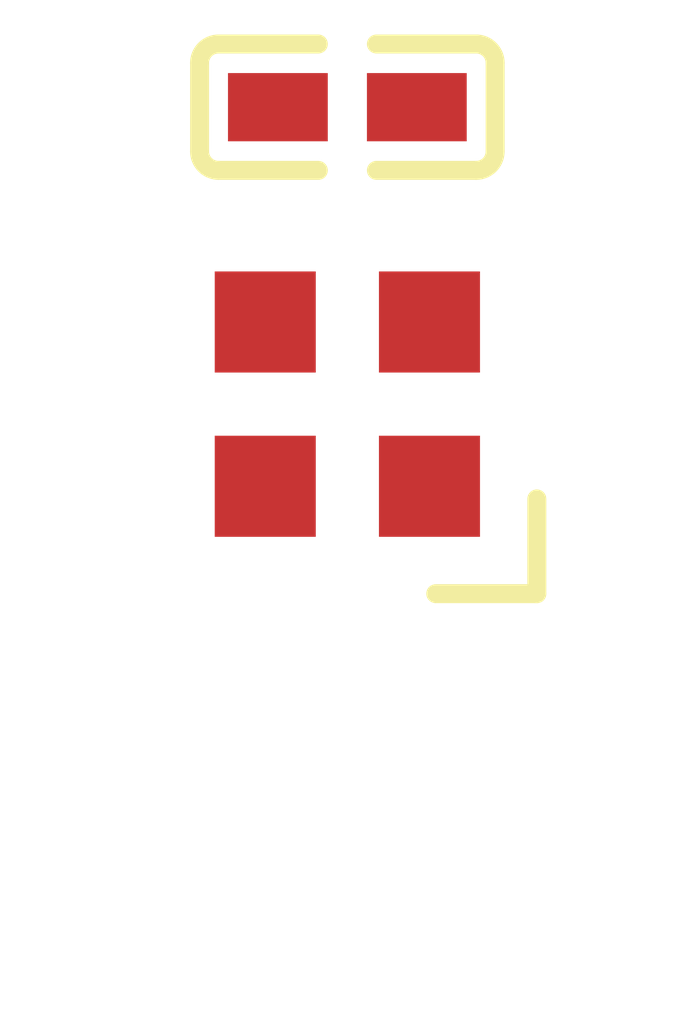
<source format=kicad_pcb>
(kicad_pcb (version 20241229) (generator "pcbnew") (generator_version "9.0")
  (layers (0 "F.Cu" signal) (2 "B.Cu" signal) (13 "F.Paste" user) (15 "B.Paste" user) (5 "F.SilkS" user "F.Silkscreen") (7 "B.SilkS" user "B.Silkscreen") (1 "F.Mask" user) (3 "B.Mask" user) (25 "Edge.Cuts" user))
  (net 0 "")
  (net 1 "hv")
  (net 2 "DOUT")
  (net 3 "gnd")
  (net 4 "DIN")
  (footprint "lib:LED-SMD_4P-L2.0-W2.0-BR" (layer "F.Cu") (at 76.35 63.35 0)
    (property "Reference" "U1" (hide yes))
    (property "Value" "")
    (fp_line (start 0.7 1.5) (end 1.5 1.5) (stroke (width 0.15)) (layer "F.SilkS"))
    (fp_line (start 1.5 1.5) (end 1.5 0.75) (stroke (width 0.15)) (layer "F.SilkS"))
    (pad "1" smd rect (at 0.65 0.65 0) (size 0.8 0.8) (layers "F.Cu" "F.Mask" "F.Paste") (net 1 "hv"))
    (pad "2" smd rect (at 0.65 -0.65 0) (size 0.8 0.8) (layers "F.Cu" "F.Mask" "F.Paste") (net 2 "DOUT"))
    (pad "3" smd rect (at -0.65 -0.65 0) (size 0.8 0.8) (layers "F.Cu" "F.Mask" "F.Paste") (net 3 "gnd"))
    (pad "4" smd rect (at -0.65 0.65 0) (size 0.8 0.8) (layers "F.Cu" "F.Mask" "F.Paste") (net 4 "DIN"))
  )
  (footprint "atopile:C0402-b3ef17" (layer "F.Cu") (at 76.35 61 180)
    (property "Reference" "C1" (hide yes))
    (property "Value" "100nF ±10% 16V X7R" (hide yes))
    (fp_line (start 1.17 0.35) (end 1.17 -0.35) (stroke (width 0.15)) (layer "F.SilkS"))
    (fp_line (start 1.02 -0.5) (end 0.23 -0.5) (stroke (width 0.15)) (layer "F.SilkS"))
    (fp_line (start 0.23 0.5) (end 1.02 0.5) (stroke (width 0.15)) (layer "F.SilkS"))
    (fp_line (start -0.23 0.5) (end -1.02 0.5) (stroke (width 0.15)) (layer "F.SilkS"))
    (fp_line (start -1.02 -0.5) (end -0.23 -0.5) (stroke (width 0.15)) (layer "F.SilkS"))
    (fp_line (start -1.17 0.35) (end -1.17 -0.35) (stroke (width 0.15)) (layer "F.SilkS"))
    (fp_arc (start 1.17 0.35) (mid 1.126066 0.456066) (end 1.02 0.5) (stroke (width 0.15)) (layer "F.SilkS"))
    (fp_arc (start 1.02 -0.5) (mid 1.126066 -0.456066) (end 1.17 -0.35) (stroke (width 0.15)) (layer "F.SilkS"))
    (fp_arc (start -1.02 0.5) (mid -1.126066 0.456066) (end -1.17 0.35) (stroke (width 0.15)) (layer "F.SilkS"))
    (fp_arc (start -1.17 -0.35) (mid -1.126066 -0.456066) (end -1.02 -0.5) (stroke (width 0.15)) (layer "F.SilkS"))
    (pad "1" smd rect (at -0.55 0 180) (size 0.79 0.54) (layers "F.Cu" "F.Mask" "F.Paste") (net 1 "hv"))
    (pad "2" smd rect (at 0.55 0 180) (size 0.79 0.54) (layers "F.Cu" "F.Mask" "F.Paste") (net 3 "gnd"))
  )
)
</source>
